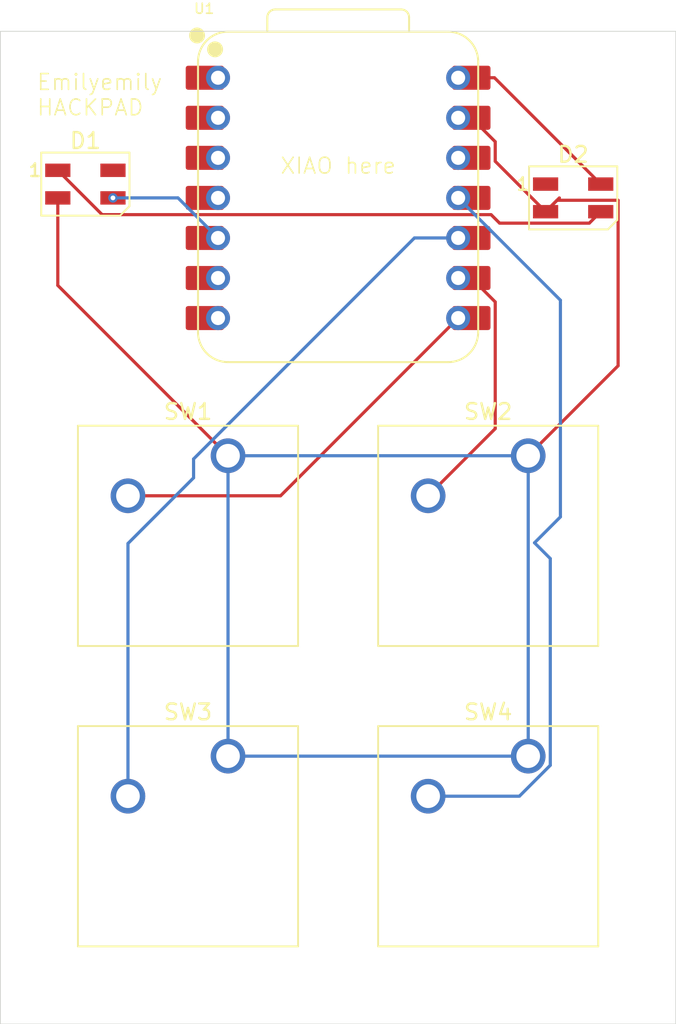
<source format=kicad_pcb>
(kicad_pcb (version 20241229) (generator "pcbnew") (generator_version "9.0")
  (layers (0 "F.Cu" signal) (2 "B.Cu" signal) (13 "F.Paste" user) (15 "B.Paste" user) (5 "F.SilkS" user "F.Silkscreen") (7 "B.SilkS" user "B.Silkscreen") (1 "F.Mask" user) (3 "B.Mask" user) (25 "Edge.Cuts" user))
  (net 0 "")
  (net 2 "Net-(D1-VSS)")
  (net 3 "GND")
  (net 4 "Net-(D1-VDD)")
  (net 6 "+5V")
  (net 7 "Net-(U1-GPIO1{slash}RX)")
  (net 8 "Net-(U1-GPIO2{slash}SCK)")
  (net 9 "Net-(U1-GPIO4{slash}MISO)")
  (net 10 "Net-(U1-GPIO3{slash}MOSI)")
  (footprint "LED_SMD:LED_SK6812MINI_PLCC4_3.5x3.5mm_P1.75mm" (layer "F.Cu") (at 117.3125 40.48125)
    (property "Reference" "D2" (at 0 -2.75 0) (layer "F.SilkS"))
    (property "Value" "SK6812")
    (fp_line (start -2.8 -2) (end -2.8 2) (stroke (width 0.12)) (layer "F.SilkS"))
    (fp_line (start -2.8 -2) (end 2.8 -2) (stroke (width 0.12)) (layer "F.SilkS"))
    (fp_line (start -2.8 2) (end 2.2 2) (stroke (width 0.12)) (layer "F.SilkS"))
    (fp_line (start 2.8 1.4) (end 2.2 2) (stroke (width 0.12)) (layer "F.SilkS"))
    (fp_line (start 2.8 1.4) (end 2.8 -2) (stroke (width 0.12)) (layer "F.SilkS"))
    (fp_text user "1" (at -3.2 -0.875 0) (layer "F.SilkS") (effects (font (size 0.8 0.8))))
    (pad "1" smd rect (at -1.75 -0.875) (size 1.6 0.85) (layers "F.Cu" "F.Mask" "F.Paste"))
    (pad "2" smd rect (at -1.75 0.875) (size 1.6 0.85) (layers "F.Cu" "F.Mask" "F.Paste") (net 3 "GND"))
    (pad "3" smd rect (at 1.75 0.875) (size 1.6 0.85) (layers "F.Cu" "F.Mask" "F.Paste") (net 2 "Net-(D1-VSS)"))
    (pad "4" smd rect (at 1.75 -0.875) (size 1.6 0.85) (layers "F.Cu" "F.Mask" "F.Paste") (net 6 "+5V"))
  )
  (footprint "LED_SMD:LED_SK6812MINI_PLCC4_3.5x3.5mm_P1.75mm" (layer "F.Cu") (at 86.35625 39.60625)
    (property "Reference" "D1" (at 0 -2.75 0) (layer "F.SilkS"))
    (property "Value" "SK6812")
    (fp_line (start -2.8 -2) (end -2.8 2) (stroke (width 0.12)) (layer "F.SilkS"))
    (fp_line (start -2.8 -2) (end 2.8 -2) (stroke (width 0.12)) (layer "F.SilkS"))
    (fp_line (start -2.8 2) (end 2.2 2) (stroke (width 0.12)) (layer "F.SilkS"))
    (fp_line (start 2.8 1.4) (end 2.2 2) (stroke (width 0.12)) (layer "F.SilkS"))
    (fp_line (start 2.8 1.4) (end 2.8 -2) (stroke (width 0.12)) (layer "F.SilkS"))
    (fp_text user "1" (at -3.2 -0.875 0) (layer "F.SilkS") (effects (font (size 0.8 0.8))))
    (pad "1" smd rect (at -1.75 -0.875) (size 1.6 0.85) (layers "F.Cu" "F.Mask" "F.Paste") (net 2 "Net-(D1-VSS)"))
    (pad "2" smd rect (at -1.75 0.875) (size 1.6 0.85) (layers "F.Cu" "F.Mask" "F.Paste") (net 3 "GND"))
    (pad "3" smd rect (at 1.75 0.875) (size 1.6 0.85) (layers "F.Cu" "F.Mask" "F.Paste") (net 4 "Net-(D1-VDD)"))
    (pad "4" smd rect (at 1.75 -0.875) (size 1.6 0.85) (layers "F.Cu" "F.Mask" "F.Paste"))
  )
  (footprint "Seeed Studio XIAO Series Library:XIAO-RP2040-DIP" (layer "F.Cu") (at 102.39375 40.48125)
    (property "Reference" "U1" (at -8.5 -12 0) (layer "F.SilkS") (effects (font (size 0.635 0.635) (thickness 0.1016))))
    (property "Value" "XIAO-RP2040-DIP")
    (fp_line (start -8.89 8.509) (end -8.89 -8.636) (stroke (width 0.127)) (layer "F.SilkS"))
    (fp_line (start -6.985 10.414) (end 6.985 10.414) (stroke (width 0.127)) (layer "F.SilkS"))
    (fp_line (start -4.495 -10.541) (end -4.491272 -11.451272) (stroke (width 0.127)) (layer "F.SilkS"))
    (fp_line (start -3.991272 -11.951) (end 4.004 -11.951) (stroke (width 0.127)) (layer "F.SilkS"))
    (fp_line (start 4.504 -11.451) (end 4.504 -10.541) (stroke (width 0.127)) (layer "F.SilkS"))
    (fp_line (start 6.985 -10.541) (end -6.985 -10.541) (stroke (width 0.1)) (layer "F.SilkS"))
    (fp_line (start 6.985 -10.541) (end -6.985 -10.541) (stroke (width 0.127)) (layer "F.SilkS"))
    (fp_line (start 8.89 8.509) (end 8.89 -8.636) (stroke (width 0.127)) (layer "F.SilkS"))
    (fp_arc (start -8.89 -8.636) (mid -8.332038 -9.983038) (end -6.985 -10.541) (stroke (width 0.127)) (layer "F.SilkS"))
    (fp_arc (start -6.985 10.414) (mid -8.332038 9.856038) (end -8.89 8.509) (stroke (width 0.127)) (layer "F.SilkS"))
    (fp_arc (start -4.491272 -11.451272) (mid -4.344728 -11.80464) (end -3.991272 -11.951) (stroke (width 0.127)) (layer "F.SilkS"))
    (fp_arc (start 4.004 -11.951) (mid 4.357553 -11.804553) (end 4.504 -11.451) (stroke (width 0.127)) (layer "F.SilkS"))
    (fp_arc (start 6.985 -10.541) (mid 8.332038 -9.983038) (end 8.89 -8.636) (stroke (width 0.127)) (layer "F.SilkS"))
    (fp_arc (start 8.89 8.509) (mid 8.332038 9.856038) (end 6.985 10.414) (stroke (width 0.127)) (layer "F.SilkS"))
    (fp_circle (center -8.95 -10.3) (end -8.95 -10.554) (stroke (width 0.5)) (fill yes) (layer "F.SilkS"))
    (fp_circle (center -7.807 -9.42) (end -7.807 -9.674) (stroke (width 0.5)) (fill yes) (layer "F.SilkS"))
    (pad "1" smd roundrect (at -8.455 -7.62 180) (size 2.432 1.524) (layers "F.Cu" "F.Mask") (roundrect_rratio 0.1))
    (pad "1" thru_hole circle (at -7.62 -7.62 180) (size 1.524 1.524) (drill 0.889) (layers "*.Cu" "*.Mask"))
    (pad "2" smd roundrect (at -8.455 -5.08 180) (size 2.432 1.524) (layers "F.Cu" "F.Mask") (roundrect_rratio 0.1))
    (pad "2" thru_hole circle (at -7.62 -5.08 180) (size 1.524 1.524) (drill 0.889) (layers "*.Cu" "*.Mask"))
    (pad "3" smd roundrect (at -8.455 -2.54 180) (size 2.432 1.524) (layers "F.Cu" "F.Mask") (roundrect_rratio 0.1))
    (pad "3" thru_hole circle (at -7.62 -2.54 180) (size 1.524 1.524) (drill 0.889) (layers "*.Cu" "*.Mask"))
    (pad "4" smd roundrect (at -8.455 0 180) (size 2.432 1.524) (layers "F.Cu" "F.Mask") (roundrect_rratio 0.1))
    (pad "4" thru_hole circle (at -7.62 0 180) (size 1.524 1.524) (drill 0.889) (layers "*.Cu" "*.Mask"))
    (pad "5" smd roundrect (at -8.455 2.54 180) (size 2.432 1.524) (layers "F.Cu" "F.Mask") (roundrect_rratio 0.1) (net 4 "Net-(D1-VDD)"))
    (pad "5" thru_hole circle (at -7.62 2.54 180) (size 1.524 1.524) (drill 0.889) (layers "*.Cu" "*.Mask") (net 4 "Net-(D1-VDD)"))
    (pad "6" smd roundrect (at -8.455 5.08 180) (size 2.432 1.524) (layers "F.Cu" "F.Mask") (roundrect_rratio 0.1))
    (pad "6" thru_hole circle (at -7.62 5.08 180) (size 1.524 1.524) (drill 0.889) (layers "*.Cu" "*.Mask"))
    (pad "7" smd roundrect (at -8.455 7.62 180) (size 2.432 1.524) (layers "F.Cu" "F.Mask") (roundrect_rratio 0.1))
    (pad "7" thru_hole circle (at -7.62 7.62 180) (size 1.524 1.524) (drill 0.889) (layers "*.Cu" "*.Mask"))
    (pad "8" thru_hole circle (at 7.62 7.62) (size 1.524 1.524) (drill 0.889) (layers "*.Cu" "*.Mask") (net 7 "Net-(U1-GPIO1{slash}RX)"))
    (pad "8" smd roundrect (at 8.455 7.62) (size 2.432 1.524) (layers "F.Cu" "F.Mask") (roundrect_rratio 0.1) (net 7 "Net-(U1-GPIO1{slash}RX)"))
    (pad "9" thru_hole circle (at 7.62 5.08) (size 1.524 1.524) (drill 0.889) (layers "*.Cu" "*.Mask") (net 8 "Net-(U1-GPIO2{slash}SCK)"))
    (pad "9" smd roundrect (at 8.455 5.08) (size 2.432 1.524) (layers "F.Cu" "F.Mask") (roundrect_rratio 0.1) (net 8 "Net-(U1-GPIO2{slash}SCK)"))
    (pad "10" thru_hole circle (at 7.62 2.54) (size 1.524 1.524) (drill 0.889) (layers "*.Cu" "*.Mask") (net 9 "Net-(U1-GPIO4{slash}MISO)"))
    (pad "10" smd roundrect (at 8.455 2.54) (size 2.432 1.524) (layers "F.Cu" "F.Mask") (roundrect_rratio 0.1) (net 9 "Net-(U1-GPIO4{slash}MISO)"))
    (pad "11" thru_hole circle (at 7.62 0) (size 1.524 1.524) (drill 0.889) (layers "*.Cu" "*.Mask") (net 10 "Net-(U1-GPIO3{slash}MOSI)"))
    (pad "11" smd roundrect (at 8.455 0) (size 2.432 1.524) (layers "F.Cu" "F.Mask") (roundrect_rratio 0.1) (net 10 "Net-(U1-GPIO3{slash}MOSI)"))
    (pad "12" thru_hole circle (at 7.62 -2.54) (size 1.524 1.524) (drill 0.889) (layers "*.Cu" "*.Mask"))
    (pad "12" smd roundrect (at 8.455 -2.54) (size 2.432 1.524) (layers "F.Cu" "F.Mask") (roundrect_rratio 0.1))
    (pad "13" thru_hole circle (at 7.62 -5.08) (size 1.524 1.524) (drill 0.889) (layers "*.Cu" "*.Mask") (net 3 "GND"))
    (pad "13" smd roundrect (at 8.455 -5.08) (size 2.432 1.524) (layers "F.Cu" "F.Mask") (roundrect_rratio 0.1) (net 3 "GND"))
    (pad "14" thru_hole circle (at 7.62 -7.62) (size 1.524 1.524) (drill 0.889) (layers "*.Cu" "*.Mask") (net 6 "+5V"))
    (pad "14" smd roundrect (at 8.455 -7.62) (size 2.432 1.524) (layers "F.Cu" "F.Mask") (roundrect_rratio 0.1) (net 6 "+5V"))
  )
  (footprint "Button_Switch_Keyboard:SW_Cherry_MX_1.00u_PCB" (layer "F.Cu") (at 95.40875 56.8325)
    (property "Reference" "SW1" (at -2.54 -2.794 0) (layer "F.SilkS"))
    (property "Value" "SW_Push")
    (fp_line (start -9.525 -1.905) (end 4.445 -1.905) (stroke (width 0.12)) (layer "F.SilkS"))
    (fp_line (start -9.525 12.065) (end -9.525 -1.905) (stroke (width 0.12)) (layer "F.SilkS"))
    (fp_line (start 4.445 -1.905) (end 4.445 12.065) (stroke (width 0.12)) (layer "F.SilkS"))
    (fp_line (start 4.445 12.065) (end -9.525 12.065) (stroke (width 0.12)) (layer "F.SilkS"))
    (pad "" np_thru_hole circle (at -7.62 5.08) (size 1.7 1.7) (drill 1.7) (layers "*.Cu" "*.Mask"))
    (pad "" np_thru_hole circle (at -2.54 5.08) (size 4 4) (drill 4) (layers "*.Cu" "*.Mask"))
    (pad "" np_thru_hole circle (at 2.54 5.08) (size 1.7 1.7) (drill 1.7) (layers "*.Cu" "*.Mask"))
    (pad "1" thru_hole circle (at 0 0) (size 2.2 2.2) (drill 1.5) (layers "*.Cu" "*.Mask") (net 3 "GND"))
    (pad "2" thru_hole circle (at -6.35 2.54) (size 2.2 2.2) (drill 1.5) (layers "*.Cu" "*.Mask") (net 7 "Net-(U1-GPIO1{slash}RX)"))
  )
  (footprint "Button_Switch_Keyboard:SW_Cherry_MX_1.00u_PCB" (layer "F.Cu") (at 114.45875 56.8325)
    (property "Reference" "SW2" (at -2.54 -2.794 0) (layer "F.SilkS"))
    (property "Value" "SW_Push")
    (fp_line (start -9.525 -1.905) (end 4.445 -1.905) (stroke (width 0.12)) (layer "F.SilkS"))
    (fp_line (start -9.525 12.065) (end -9.525 -1.905) (stroke (width 0.12)) (layer "F.SilkS"))
    (fp_line (start 4.445 -1.905) (end 4.445 12.065) (stroke (width 0.12)) (layer "F.SilkS"))
    (fp_line (start 4.445 12.065) (end -9.525 12.065) (stroke (width 0.12)) (layer "F.SilkS"))
    (pad "" np_thru_hole circle (at -7.62 5.08) (size 1.7 1.7) (drill 1.7) (layers "*.Cu" "*.Mask"))
    (pad "" np_thru_hole circle (at -2.54 5.08) (size 4 4) (drill 4) (layers "*.Cu" "*.Mask"))
    (pad "" np_thru_hole circle (at 2.54 5.08) (size 1.7 1.7) (drill 1.7) (layers "*.Cu" "*.Mask"))
    (pad "1" thru_hole circle (at 0 0) (size 2.2 2.2) (drill 1.5) (layers "*.Cu" "*.Mask") (net 3 "GND"))
    (pad "2" thru_hole circle (at -6.35 2.54) (size 2.2 2.2) (drill 1.5) (layers "*.Cu" "*.Mask") (net 8 "Net-(U1-GPIO2{slash}SCK)"))
  )
  (footprint "Button_Switch_Keyboard:SW_Cherry_MX_1.00u_PCB" (layer "F.Cu") (at 95.40875 75.8825)
    (property "Reference" "SW3" (at -2.54 -2.794 0) (layer "F.SilkS"))
    (property "Value" "SW_Push")
    (fp_line (start -9.525 -1.905) (end 4.445 -1.905) (stroke (width 0.12)) (layer "F.SilkS"))
    (fp_line (start -9.525 12.065) (end -9.525 -1.905) (stroke (width 0.12)) (layer "F.SilkS"))
    (fp_line (start 4.445 -1.905) (end 4.445 12.065) (stroke (width 0.12)) (layer "F.SilkS"))
    (fp_line (start 4.445 12.065) (end -9.525 12.065) (stroke (width 0.12)) (layer "F.SilkS"))
    (pad "" np_thru_hole circle (at -7.62 5.08) (size 1.7 1.7) (drill 1.7) (layers "*.Cu" "*.Mask"))
    (pad "" np_thru_hole circle (at -2.54 5.08) (size 4 4) (drill 4) (layers "*.Cu" "*.Mask"))
    (pad "" np_thru_hole circle (at 2.54 5.08) (size 1.7 1.7) (drill 1.7) (layers "*.Cu" "*.Mask"))
    (pad "1" thru_hole circle (at 0 0) (size 2.2 2.2) (drill 1.5) (layers "*.Cu" "*.Mask") (net 3 "GND"))
    (pad "2" thru_hole circle (at -6.35 2.54) (size 2.2 2.2) (drill 1.5) (layers "*.Cu" "*.Mask") (net 9 "Net-(U1-GPIO4{slash}MISO)"))
  )
  (footprint "Button_Switch_Keyboard:SW_Cherry_MX_1.00u_PCB" (layer "F.Cu") (at 114.45875 75.8825)
    (property "Reference" "SW4" (at -2.54 -2.794 0) (layer "F.SilkS"))
    (property "Value" "SW_Push")
    (fp_line (start -9.525 -1.905) (end 4.445 -1.905) (stroke (width 0.12)) (layer "F.SilkS"))
    (fp_line (start -9.525 12.065) (end -9.525 -1.905) (stroke (width 0.12)) (layer "F.SilkS"))
    (fp_line (start 4.445 -1.905) (end 4.445 12.065) (stroke (width 0.12)) (layer "F.SilkS"))
    (fp_line (start 4.445 12.065) (end -9.525 12.065) (stroke (width 0.12)) (layer "F.SilkS"))
    (pad "" np_thru_hole circle (at -7.62 5.08) (size 1.7 1.7) (drill 1.7) (layers "*.Cu" "*.Mask"))
    (pad "" np_thru_hole circle (at -2.54 5.08) (size 4 4) (drill 4) (layers "*.Cu" "*.Mask"))
    (pad "" np_thru_hole circle (at 2.54 5.08) (size 1.7 1.7) (drill 1.7) (layers "*.Cu" "*.Mask"))
    (pad "1" thru_hole circle (at 0 0) (size 2.2 2.2) (drill 1.5) (layers "*.Cu" "*.Mask") (net 3 "GND"))
    (pad "2" thru_hole circle (at -6.35 2.54) (size 2.2 2.2) (drill 1.5) (layers "*.Cu" "*.Mask") (net 10 "Net-(U1-GPIO3{slash}MOSI)"))
  )
  (gr_rect (start 80.9625 29.917921) (end 123.825 92.86875) (stroke (width 0.05)) (fill no) (layer "Edge.Cuts"))
  (gr_text "XIAO here" (at 98.66533 39.03025 0) (layer "F.SilkS") (effects (font (size 1 1) (thickness 0.1)) (justify left bottom)))
  (gr_text "Emilyemily\nHACKPAD" (at 83.218347 35.334346 0) (layer "F.SilkS") (effects (font (size 1 1) (thickness 0.1)) (justify left bottom)))
  (segment (start 118.3365 42.08225) (end 112.642376 42.08225) (width 0.2) (layer "F.Cu") (net 2))
  (segment (start 112.642376 42.08225) (end 112.104376 41.54425) (width 0.2) (layer "F.Cu") (net 2))
  (segment (start 119.0625 41.35625) (end 118.3365 42.08225) (width 0.2) (layer "F.Cu") (net 2))
  (segment (start 112.104376 41.54425) (end 87.41925 41.54425) (width 0.2) (layer "F.Cu") (net 2))
  (segment (start 87.41925 41.54425) (end 84.60625 38.73125) (width 0.2) (layer "F.Cu") (net 2))
  (segment (start 112.36575 38.1595) (end 112.36575 36.91825) (width 0.2) (layer "F.Cu") (net 3))
  (segment (start 120.1635 40.63025) (end 120.1635 51.12775) (width 0.2) (layer "F.Cu") (net 3))
  (segment (start 115.5625 41.35625) (end 116.2885 40.63025) (width 0.2) (layer "F.Cu") (net 3))
  (segment (start 115.5625 41.35625) (end 116.4375 40.48125) (width 0.2) (layer "F.Cu") (net 3))
  (segment (start 112.36575 36.91825) (end 110.84875 35.40125) (width 0.2) (layer "F.Cu") (net 3))
  (segment (start 84.60625 46.03) (end 95.40875 56.8325) (width 0.2) (layer "F.Cu") (net 3))
  (segment (start 115.5625 41.35625) (end 112.36575 38.1595) (width 0.2) (layer "F.Cu") (net 3))
  (segment (start 120.1635 51.12775) (end 114.45875 56.8325) (width 0.2) (layer "F.Cu") (net 3))
  (segment (start 116.2885 40.63025) (end 120.1635 40.63025) (width 0.2) (layer "F.Cu") (net 3))
  (segment (start 84.60625 40.48125) (end 84.60625 46.03) (width 0.2) (layer "F.Cu") (net 3))
  (segment (start 110.84875 35.40125) (end 110.01375 35.40125) (width 0.2) (layer "F.Cu") (net 3))
  (segment (start 114.45875 56.8325) (end 95.40875 56.8325) (width 0.2) (layer "B.Cu") (net 3))
  (segment (start 95.40875 56.8325) (end 95.40875 75.8825) (width 0.2) (layer "B.Cu") (net 3))
  (segment (start 114.45875 75.8825) (end 95.40875 75.8825) (width 0.2) (layer "B.Cu") (net 3))
  (segment (start 114.45875 56.8325) (end 114.45875 75.8825) (width 0.2) (layer "B.Cu") (net 3))
  (via (at 88.10625 40.48125) (size 0.6) (drill 0.3) (layers "F.Cu" "B.Cu") (net 4))
  (segment (start 88.10625 40.48125) (end 92.23375 40.48125) (width 0.2) (layer "B.Cu") (net 4))
  (segment (start 92.23375 40.48125) (end 94.77375 43.02125) (width 0.2) (layer "B.Cu") (net 4))
  (segment (start 119.0625 39.60625) (end 112.3175 32.86125) (width 0.2) (layer "F.Cu") (net 6))
  (segment (start 112.3175 32.86125) (end 110.01375 32.86125) (width 0.2) (layer "F.Cu") (net 6))
  (segment (start 98.7425 59.3725) (end 89.05875 59.3725) (width 0.2) (layer "F.Cu") (net 7))
  (segment (start 110.01375 48.10125) (end 98.7425 59.3725) (width 0.2) (layer "F.Cu") (net 7))
  (segment (start 108.10875 59.3725) (end 112.36575 55.1155) (width 0.2) (layer "F.Cu") (net 8))
  (segment (start 110.84875 45.56125) (end 110.01375 45.56125) (width 0.2) (layer "F.Cu") (net 8))
  (segment (start 112.36575 47.07825) (end 110.84875 45.56125) (width 0.2) (layer "F.Cu") (net 8))
  (segment (start 112.36575 55.1155) (end 112.36575 47.07825) (width 0.2) (layer "F.Cu") (net 8))
  (segment (start 89.05875 78.4225) (end 89.05875 62.397684) (width 0.2) (layer "B.Cu") (net 9))
  (segment (start 93.222934 57.037002) (end 107.238686 43.02125) (width 0.2) (layer "B.Cu") (net 9))
  (segment (start 93.222934 58.2335) (end 93.222934 57.037002) (width 0.2) (layer "B.Cu") (net 9))
  (segment (start 107.238686 43.02125) (end 110.01375 43.02125) (width 0.2) (layer "B.Cu") (net 9))
  (segment (start 89.05875 62.397684) (end 93.222934 58.2335) (width 0.2) (layer "B.Cu") (net 9))
  (segment (start 116.50128 60.7115) (end 114.85975 62.35303) (width 0.2) (layer "B.Cu") (net 10))
  (segment (start 115.85975 76.462814) (end 113.900064 78.4225) (width 0.2) (layer "B.Cu") (net 10))
  (segment (start 110.01375 40.48125) (end 116.50128 46.96878) (width 0.2) (layer "B.Cu") (net 10))
  (segment (start 116.50128 46.96878) (end 116.50128 60.7115) (width 0.2) (layer "B.Cu") (net 10))
  (segment (start 115.85975 63.35303) (end 115.85975 76.462814) (width 0.2) (layer "B.Cu") (net 10))
  (segment (start 113.900064 78.4225) (end 108.10875 78.4225) (width 0.2) (layer "B.Cu") (net 10))
  (segment (start 114.85975 62.35303) (end 115.85975 63.35303) (width 0.2) (layer "B.Cu") (net 10))
)
</source>
